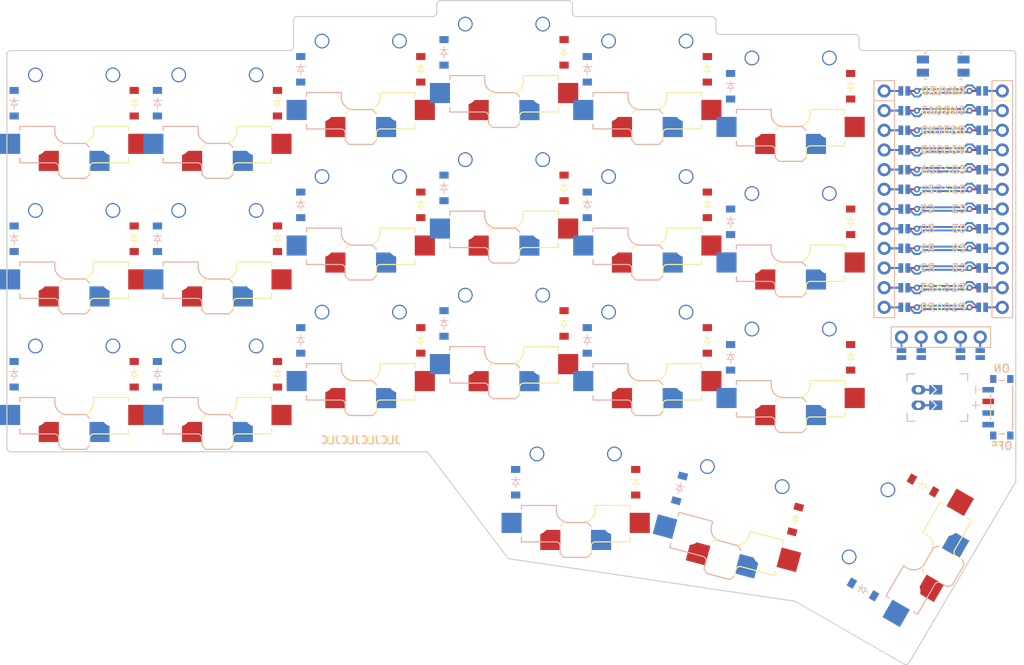
<source format=kicad_pcb>
(kicad_pcb (version 20240108) (generator "pcbnew") (generator_version "8.0")
  (title_block (title "corney_island_wireless") (date "2025-07-09") (rev "0.2") (company "ceoloide"))
  (layers (0 "F.Cu" signal) (31 "B.Cu" signal) (34 "B.Paste" user) (35 "F.Paste" user) (36 "B.SilkS" user "B.Silkscreen") (37 "F.SilkS" user "F.Silkscreen") (38 "B.Mask" user) (39 "F.Mask" user) (44 "Edge.Cuts" user))
  (net 0 "")
  (net 1 "C0")
  (net 2 "outer_bottom_B")
  (net 3 "GND")
  (net 4 "outer_home_B")
  (net 5 "outer_top_B")
  (net 6 "C1")
  (net 7 "pinky_bottom_B")
  (net 8 "pinky_home_B")
  (net 9 "pinky_top_B")
  (net 10 "C2")
  (net 11 "ring_bottom_B")
  (net 12 "ring_home_B")
  (net 13 "ring_top_B")
  (net 14 "C3")
  (net 15 "middle_bottom_B")
  (net 16 "middle_home_B")
  (net 17 "middle_top_B")
  (net 18 "C4")
  (net 19 "index_bottom_B")
  (net 20 "index_home_B")
  (net 21 "index_top_B")
  (net 22 "C5")
  (net 23 "inner_bottom_B")
  (net 24 "inner_home_B")
  (net 25 "inner_top_B")
  (net 26 "near_home_B")
  (net 27 "mid_home_B")
  (net 28 "far_home_B")
  (net 29 "R2")
  (net 30 "R1")
  (net 31 "R0")
  (net 32 "R3")
  (net 33 "outer_bottom_F")
  (net 34 "outer_home_F")
  (net 35 "outer_top_F")
  (net 36 "pinky_bottom_F")
  (net 37 "pinky_home_F")
  (net 38 "pinky_top_F")
  (net 39 "ring_bottom_F")
  (net 40 "ring_home_F")
  (net 41 "ring_top_F")
  (net 42 "middle_bottom_F")
  (net 43 "middle_home_F")
  (net 44 "middle_top_F")
  (net 45 "index_bottom_F")
  (net 46 "index_home_F")
  (net 47 "index_top_F")
  (net 48 "inner_bottom_F")
  (net 49 "inner_home_F")
  (net 50 "inner_top_F")
  (net 51 "near_home_F")
  (net 52 "mid_home_F")
  (net 53 "far_home_F")
  (net 54 "RAW")
  (net 55 "RST")
  (net 56 "VCC")
  (net 57 "P16")
  (net 58 "P10")
  (net 59 "LED")
  (net 60 "DAT")
  (net 61 "SDA")
  (net 62 "SCL")
  (net 63 "CS")
  (net 64 "P9")
  (net 65 "MCU1_24")
  (net 66 "MCU1_1")
  (net 67 "MCU1_23")
  (net 68 "MCU1_2")
  (net 69 "MCU1_22")
  (net 70 "MCU1_3")
  (net 71 "MCU1_21")
  (net 72 "MCU1_4")
  (net 73 "MCU1_20")
  (net 74 "MCU1_5")
  (net 75 "MCU1_19")
  (net 76 "MCU1_6")
  (net 77 "MCU1_18")
  (net 78 "MCU1_7")
  (net 79 "MCU1_17")
  (net 80 "MCU1_8")
  (net 81 "MCU1_16")
  (net 82 "MCU1_9")
  (net 83 "MCU1_15")
  (net 84 "MCU1_10")
  (net 85 "MCU1_14")
  (net 86 "MCU1_11")
  (net 87 "MCU1_13")
  (net 88 "MCU1_12")
  (net 89 "DISP1_1")
  (net 90 "DISP1_2")
  (net 91 "DISP1_4")
  (net 92 "DISP1_5")
  (net 93 "BAT_P")
  (net 94 "JST1_1")
  (net 95 "JST1_2")
  (footprint "ceoloide:mounting_hole_npth" (layer "F.Cu") (at 204.927 100.4385)
    (property "Reference" "MH1" (hide yes))
    (property "Value" "")
  )
  (footprint "ceoloide:diode_tht_sod123" (layer "F.Cu") (at 200.25 96.3125 -90)
    (property "Reference" "D37" (hide yes))
    (property "Value" "")
  )
  (footprint "ceoloide:diode_tht_sod123" (layer "F.Cu") (at 181.75 94.125 -90)
    (property "Reference" "D34" (hide yes))
    (property "Value" "")
  )
  (footprint "ceoloide:diode_tht_sod123" (layer "F.Cu") (at 172.5 112.4375 -90)
    (property "Reference" "D40" (hide yes))
    (property "Value" "")
  )
  (footprint "ceoloide:display_nice_view" (layer "F.Cu") (at 211.897 77)
    (property "Reference" "DISP1" (hide yes))
    (property "Value" "")
  )
  (footprint "ceoloide:switch_choc_v1_v2" (layer "F.Cu") (at 137 60.625 180)
    (property "Reference" "S30" (hide yes))
    (property "Value" "")
  )
  (footprint "ceoloide:diode_tht_sod123" (layer "F.Cu") (at 163.25 74.4375 -90)
    (property "Reference" "D32" (hide yes))
    (property "Value" "")
  )
  (footprint "ceoloide:switch_choc_v1_v2" (layer "F.Cu") (at 174 95.625 180)
    (property "Reference" "S34" (hide yes))
    (property "Value" "")
  )
  (footprint "ceoloide:switch_choc_v1_v2" (layer "F.Cu") (at 137 95.625 180)
    (property "Reference" "S28" (hide yes))
    (property "Value" "")
  )
  (footprint "ceoloide:diode_tht_sod123" (layer "F.Cu") (at 107.75 98.5 -90)
    (property "Reference" "D22" (hide yes))
    (property "Value" "")
  )
  (footprint "ceoloide:switch_choc_v1_v2" (layer "F.Cu") (at 192.5 62.8125 180)
    (property "Reference" "S39" (hide yes))
    (property "Value" "")
  )
  (footprint "ceoloide:switch_choc_v1_v2" (layer "F.Cu") (at 118.5 100 180)
    (property "Reference" "S25" (hide yes))
    (property "Value" "")
  )
  (footprint "ceoloide:diode_tht_sod123" (layer "F.Cu") (at 163.25 56.9375 -90)
    (property "Reference" "D33" (hide yes))
    (property "Value" "")
  )
  (footprint "ceoloide:power_switch_smd_side" (layer "F.Cu") (at 219.75 102.75)
    (property "Reference" "PWR1" (hide yes))
    (property "Value" "")
  )
  (footprint "ceoloide:diode_tht_sod123" (layer "F.Cu") (at 107.75 63.5 -90)
    (property "Reference" "D24" (hide yes))
    (property "Value" "")
  )
  (footprint "ceoloide:diode_tht_sod123" (layer "F.Cu") (at 200.25 61.3125 -90)
    (property "Reference" "D39" (hide yes))
    (property "Value" "")
  )
  (footprint "ceoloide:diode_tht_sod123" (layer "F.Cu") (at 209.589805 112.860551 -30)
    (property "Reference" "D42" (hide yes))
    (property "Value" "")
  )
  (footprint "ceoloide:switch_choc_v1_v2" (layer "F.Cu") (at 155.5 58.4375 180)
    (property "Reference" "S33" (hide yes))
    (property "Value" "")
  )
  (footprint "ceoloide:switch_choc_v1_v2" (layer "F.Cu") (at 185.25 116.6875 165)
    (property "Reference" "S41" (hide yes))
    (property "Value" "")
  )
  (footprint "ceoloide:mounting_hole_npth" (layer "F.Cu") (at 218.969 108.8825)
    (property "Reference" "MH2" (hide yes))
    (property "Value" "")
  )
  (footprint "ceoloide:diode_tht_sod123" (layer "F.Cu") (at 181.75 76.625 -90)
    (property "Reference" "D35" (hide yes))
    (property "Value" "")
  )
  (footprint "ceoloide:diode_tht_sod123" (layer "F.Cu") (at 107.75 81 -90)
    (property "Reference" "D23" (hide yes))
    (property "Value" "")
  )
  (footprint "ceoloide:switch_choc_v1_v2" (layer "F.Cu") (at 137 78.125 180)
    (property "Reference" "S29" (hide yes))
    (property "Value" "")
  )
  (footprint "ceoloide:mcu_nice_nano" (layer "F.Cu") (at 212.204 74.62)
    (property "Reference" "MCU1" (hide yes))
    (property "Value" "")
  )
  (footprint "ceoloide:switch_choc_v1_v2" (layer "F.Cu") (at 192.5 80.3125 180)
    (property "Reference" "S38" (hide yes))
    (property "Value" "")
  )
  (footprint "ceoloide:switch_choc_v1_v2" (layer "F.Cu") (at 174 60.625 180)
    (property "Reference" "S36" (hide yes))
    (property "Value" "")
  )
  (footprint "ceoloide:diode_tht_sod123" (layer "F.Cu") (at 144.75 76.625 -90)
    (property "Reference" "D29" (hide yes))
    (property "Value" "")
  )
  (footprint "ceoloide:mounting_hole_npth" (layer "F.Cu") (at 151.157 107.365)
    (property "Reference" "MH6" (hide yes))
    (property "Value" "")
  )
  (footprint "ceoloide:switch_choc_v1_v2" (layer "F.Cu") (at 192.5 97.8125 180)
    (property "Reference" "S37" (hide yes))
    (property "Value" "")
  )
  (footprint "ceoloide:diode_tht_sod123" (layer "F.Cu") (at 163.25 91.9375 -90)
    (property "Reference" "D31" (hide yes))
    (property "Value" "")
  )
  (footprint "ceoloide:diode_tht_sod123" (layer "F.Cu") (at 144.75 59.125 -90)
    (property "Reference" "D30" (hide yes))
    (property "Value" "")
  )
  (footprint "ceoloide:diode_tht_sod123" (layer "F.Cu") (at 144.75 94.125 -90)
    (property "Reference" "D28" (hide yes))
    (property "Value" "")
  )
  (footprint "ceoloide:switch_choc_v1_v2" (layer "F.Cu") (at 100 82.5 180)
    (property "Reference" "S23" (hide yes))
    (property "Value" "")
  )
  (footprint "ceoloide:switch_choc_v1_v2" (layer "F.Cu") (at 164.75 113.9375 180)
    (property "Reference" "S40" (hide yes))
    (property "Value" "")
  )
  (footprint "ceoloide:diode_tht_sod123" (layer "F.Cu") (at 200.25 78.8125 -90)
    (property "Reference" "D38" (hide yes))
    (property "Value" "")
  )
  (footprint "ceoloide:diode_tht_sod123" (layer "F.Cu") (at 126.25 81 -90)
    (property "Reference" "D26" (hide yes))
    (property "Value" "")
  )
  (footprint "ceoloide:switch_choc_v1_v2" (layer "F.Cu") (at 174 78.125 180)
    (property "Reference" "S35" (hide yes))
    (property "Value" "")
  )
  (footprint "ceoloide:switch_choc_v1_v2" (layer "F.Cu") (at 118.5 65 180)
    (property "Reference" "S27" (hide yes))
    (property "Value" "")
  )
  (footprint "ceoloide:diode_tht_sod123" (layer "F.Cu") (at 126.25 63.5 -90)
    (property "Reference" "D27" (hide yes))
    (property "Value" "")
  )
  (footprint "ceoloide:reset_switch_smd_side" (layer "F.Cu") (at 212.204 58.7125)
    (property "Reference" "RST1" (hide yes))
    (property "Value" "")
  )
  (footprint "ceoloide:mounting_hole_npth" (layer "F.Cu") (at 197.157608 114.631748 60)
    (property "Reference" "MH7" (hide yes))
    (property "Value" "")
  )
  (footprint "ceoloide:diode_tht_sod123" (layer "F.Cu") (at 193.124154 117.244459 -105)
    (property "Reference" "D41" (hide yes))
    (property "Value" "")
  )
  (footprint "ceoloide:switch_choc_v1_v2" (layer "F.Cu") (at 207.013843 120.322248 -120)
    (property "Reference" "S42" (hide yes))
    (property "Value" "")
  )
  (footprint "ceoloide:battery_connector_jst_ph_2" (layer "F.Cu") (at 209 101.5 90)
    (property "Reference" "JST1" (hide yes))
    (property "Value" "")
  )
  (footprint "ceoloide:switch_choc_v1_v2" (layer "F.Cu") (at 100 100 180)
    (property "Reference" "S22" (hide yes))
    (property "Value" "")
  )
  (footprint "ceoloide:switch_choc_v1_v2" (layer "F.Cu") (at 100 65 180)
    (property "Reference" "S24" (hide yes))
    (property "Value" "")
  )
  (footprint "ceoloide:switch_choc_v1_v2" (layer "F.Cu") (at 155.5 75.9375 180)
    (property "Reference" "S32" (hide yes))
    (property "Value" "")
  )
  (footprint "ceoloide:mounting_hole_npth" (layer "F.Cu") (at 109.25 73.75)
    (property "Reference" "MH3" (hide yes))
    (property "Value" "")
  )
  (footprint "ceoloide:mounting_hole_npth" (layer "F.Cu") (at 183.218 70.4235)
    (property "Reference" "MH5" (hide yes))
    (property "Value" "")
  )
  (footprint "ceoloide:mounting_hole_npth" (layer "F.Cu") (at 109.25 91.25)
    (property "Reference" "MH4" (hide yes))
    (property "Value" "")
  )
  (footprint "ceoloide:diode_tht_sod123" (layer "F.Cu") (at 181.75 59.125 -90)
    (property "Reference" "D36" (hide yes))
    (property "Value" "")
  )
  (footprint "ceoloide:diode_tht_sod123" (layer "F.Cu") (at 126.25 98.5 -90)
    (property "Reference" "D25" (hide yes))
    (property "Value" "")
  )
  (footprint "ceoloide:switch_choc_v1_v2" (layer "F.Cu") (at 155.5 93.4375 180)
    (property "Reference" "S31" (hide yes))
    (property "Value" "")
  )
  (footprint "ceoloide:switch_choc_v1_v2" (layer "F.Cu") (at 118.5 82.5 180)
    (property "Reference" "S26" (hide yes))
    (property "Value" "")
  )
  (footprint "ceoloide:switch_choc_v1_v2" (layer "B.Cu") (at 155.5 75.9375 180)
    (property "Reference" "S11" (hide yes))
    (property "Value" "")
  )
  (footprint "ceoloide:switch_choc_v1_v2" (layer "B.Cu") (at 185.25 116.6875 165)
    (property "Reference" "S20" (hide yes))
    (property "Value" "")
  )
  (footprint "ceoloide:diode_tht_sod123" (layer "B.Cu") (at 166.25 59.125 -90)
    (property "Reference" "D15" (hide yes))
    (property "Value" "")
  )
  (footprint "ceoloide:switch_choc_v1_v2" (layer "B.Cu") (at 118.5 82.5 180)
    (property "Reference" "S5" (hide yes))
    (property "Value" "")
  )
  (footprint "ceoloide:switch_choc_v1_v2" (layer "B.Cu") (at 174 78.125 180)
    (property "Reference" "S14" (hide yes))
    (property "Value" "")
  )
  (footprint "ceoloide:diode_tht_sod123" (layer "B.Cu") (at 184.75 78.8125 -90)
    (property "Reference" "D17" (hide yes))
    (property "Value" "")
  )
  (footprint "ceoloide:diode_tht_sod123" (layer "B.Cu") (at 129.25 76.625 -90)
    (property "Reference" "D8" (hide yes))
    (property "Value" "")
  )
  (footprint "ceoloide:diode_tht_sod123" (layer "B.Cu") (at 201.839805 126.283945 -30)
    (property "Reference" "D21" (hide yes))
    (property "Value" "")
  )
  (footprint "ceoloide:diode_tht_sod123" (layer "B.Cu") (at 178.152303 113.232764 -105)
    (property "Reference" "D20" (hide yes))
    (property "Value" "")
  )
  (footprint "ceoloide:switch_choc_v1_v2" (layer "B.Cu") (at 155.5 58.4375 180)
    (property "Reference" "S12" (hide yes))
    (property "Value" "")
  )
  (footprint "ceoloide:diode_tht_sod123" (layer "B.Cu") (at 147.75 74.4375 -90)
    (property "Reference" "D11" (hide yes))
    (property "Value" "")
  )
  (footprint "ceoloide:diode_tht_sod123" (layer "B.Cu") (at 166.25 76.625 -90)
    (property "Reference" "D14" (hide yes))
    (property "Value" "")
  )
  (footprint "ceoloide:switch_choc_v1_v2" (layer "B.Cu") (at 174 60.625 180)
    (property "Reference" "S15" (hide yes))
    (property "Value" "")
  )
  (footprint "ceoloide:diode_tht_sod123" (layer "B.Cu") (at 110.75 98.5 -90)
    (property "Reference" "D4" (hide yes))
    (property "Value" "")
  )
  (footprint "ceoloide:diode_tht_sod123" (layer "B.Cu") (at 157 112.4375 -90)
    (property "Reference" "D19" (hide yes))
    (property "Value" "")
  )
  (footprint "ceoloide:diode_tht_sod123" (layer "B.Cu") (at 110.75 63.5 -90)
    (property "Reference" "D6" (hide yes))
    (property "Value" "")
  )
  (footprint "ceoloide:switch_choc_v1_v2" (layer "B.Cu") (at 137 60.625 180)
    (property "Reference" "S9" (hide yes))
    (property "Value" "")
  )
  (footprint "ceoloide:switch_choc_v1_v2" (layer "B.Cu") (at 118.5 65 180)
    (property "Reference" "S6" (hide yes))
    (property "Value" "")
  )
  (footprint "ceoloide:diode_tht_sod123" (layer "B.Cu") (at 92.25 63.5 -90)
    (property "Reference" "D3" (hide yes))
    (property "Value" "")
  )
  (footprint "ceoloide:switch_choc_v1_v2" (layer "B.Cu") (at 118.5 100 180)
    (property "Reference" "S4" (hide yes))
    (property "Value" "")
  )
  (footprint "ceoloide:switch_choc_v1_v2" (layer "B.Cu") (at 174 95.625 180)
    (property "Reference" "S13" (hide yes))
    (property "Value" "")
  )
  (footprint "ceoloide:diode_tht_sod123" (layer "B.Cu") (at 147.75 91.9375 -90)
    (property "Reference" "D10" (hide yes))
    (property "Value" "")
  )
  (footprint "ceoloide:diode_tht_sod123" (layer "B.Cu") (at 129.25 59.125 -90)
    (property "Reference" "D9" (hide yes))
    (property "Value" "")
  )
  (footprint "ceoloide:switch_choc_v1_v2" (layer "B.Cu") (at 100 82.5 180)
    (property "Reference" "S2" (hide yes))
    (property "Value" "")
  )
  (footprint "ceoloide:switch_choc_v1_v2" (layer "B.Cu") (at 137 78.125 180)
    (property "Reference" "S8" (hide yes))
    (property "Value" "")
  )
  (footprint "ceoloide:switch_choc_v1_v2" (layer "B.Cu") (at 207.013843 120.322248 -120)
    (property "Reference" "S21" (hide yes))
    (property "Value" "")
  )
  (footprint "ceoloide:switch_choc_v1_v2" (layer "B.Cu") (at 100 100 180)
    (property "Reference" "S1" (hide yes))
    (property "Value" "")
  )
  (footprint "ceoloide:diode_tht_sod123" (layer "B.Cu") (at 92.25 98.5 -90)
    (property "Reference" "D1" (hide yes))
    (property "Value" "")
  )
  (footprint "ceoloide:switch_choc_v1_v2" (layer "B.Cu") (at 155.5 93.4375 180)
    (property "Reference" "S10" (hide yes))
    (property "Value" "")
  )
  (footprint "ceoloide:diode_tht_sod123" (layer "B.Cu") (at 147.75 56.9375 -90)
    (property "Reference" "D12" (hide yes))
    (property "Value" "")
  )
  (footprint "ceoloide:diode_tht_sod123" (layer "B.Cu") (at 166.25 94.125 -90)
    (property "Reference" "D13" (hide yes))
    (property "Value" "")
  )
  (footprint "ceoloide:diode_tht_sod123" (layer "B.Cu") (at 184.75 96.3125 -90)
    (property "Reference" "D16" (hide yes))
    (property "Value" "")
  )
  (footprint "ceoloide:diode_tht_sod123" (layer "B.Cu") (at 184.75 61.3125 -90)
    (property "Reference" "D18" (hide yes))
    (property "Value" "")
  )
  (footprint "ceoloide:switch_choc_v1_v2" (layer "B.Cu") (at 100 65 180)
    (property "Reference" "S3" (hide yes))
    (property "Value" "")
  )
  (footprint "ceoloide:diode_tht_sod123" (layer "B.Cu") (at 92.25 81 -90)
    (property "Reference" "D2" (hide yes))
    (property "Value" "")
  )
  (footprint "ceoloide:switch_choc_v1_v2" (layer "B.Cu") (at 137 95.625 180)
    (property "Reference" "S7" (hide yes))
    (property "Value" "")
  )
  (footprint "ceoloide:diode_tht_sod123" (layer "B.Cu") (at 129.25 94.125 -90)
    (property "Reference" "D7" (hide yes))
    (property "Value" "")
  )
  (footprint "ceoloide:switch_choc_v1_v2" (layer "B.Cu") (at 192.5 97.8125 180)
    (property "Reference" "S16" (hide yes))
    (property "Value" "")
  )
  (footprint "ceoloide:switch_choc_v1_v2" (layer "B.Cu") (at 192.5 62.8125 180)
    (property "Reference" "S18" (hide yes))
    (property "Value" "")
  )
  (footprint "ceoloide:switch_choc_v1_v2" (layer "B.Cu") (at 192.5 80.3125 180)
    (property "Reference" "S17" (hide yes))
    (property "Value" "")
  )
  (footprint "ceoloide:switch_choc_v1_v2" (layer "B.Cu") (at 164.75 113.9375 180)
    (property "Reference" "S19" (hide yes))
    (property "Value" "")
  )
  (footprint "ceoloide:diode_tht_sod123" (layer "B.Cu") (at 110.75 81 -90)
    (property "Reference" "D5" (hide yes))
    (property "Value" "")
  )
  (gr_arc (start 164.843 52.3275) (mid 164.489447 52.181053) (end 164.343 51.8275) (stroke (width 0.15)) (layer "Edge.Cuts"))
  (gr_line (start 221.568 57.2025) (end 221.568 112.229525) (stroke (width 0.15)) (layer "Edge.Cuts"))
  (gr_line (start 145.358774 108.505034) (end 91.81705 108.512431) (stroke (width 0.15)) (layer "Edge.Cuts"))
  (gr_line (start 221.253 112.909096) (end 207.799933 135.723804) (stroke (width 0.15)) (layer "Edge.Cuts"))
  (gr_arc (start 201.82406 56.7025) (mid 201.468409 56.553903) (end 201.324097 56.196476) (stroke (width 0.15)) (layer "Edge.Cuts"))
  (gr_line (start 182.843 52.8275) (end 182.843 54.123122) (stroke (width 0.15)) (layer "Edge.Cuts"))
  (gr_arc (start 91.81705 108.512431) (mid 91.46346 108.366011) (end 91.316981 108.01245) (stroke (width 0.15)) (layer "Edge.Cuts"))
  (gr_line (start 91.316981 108.01245) (end 91.315019 57.202506) (stroke (width 0.15)) (layer "Edge.Cuts"))
  (gr_arc (start 128.315 56.201514) (mid 128.168553 56.555054) (end 127.815013 56.701514) (stroke (width 0.15)) (layer "Edge.Cuts"))
  (gr_arc (start 146.815 51.8275) (mid 146.668553 52.181053) (end 146.315 52.3275) (stroke (width 0.15)) (layer "Edge.Cuts"))
  (gr_line (start 183.342878 54.623122) (end 200.837063 54.627377) (stroke (width 0.15)) (layer "Edge.Cuts"))
  (gr_arc (start 200.837063 54.627377) (mid 201.192642 54.776016) (end 201.336905 55.133401) (stroke (width 0.15)) (layer "Edge.Cuts"))
  (gr_line (start 147.315 50.2525) (end 163.843 50.2525) (stroke (width 0.15)) (layer "Edge.Cuts"))
  (gr_line (start 91.815006 56.702486) (end 127.815014 56.701514) (stroke (width 0.15)) (layer "Edge.Cuts"))
  (gr_arc (start 183.342878 54.623122) (mid 182.989396 54.476634) (end 182.843 54.123122) (stroke (width 0.15)) (layer "Edge.Cuts"))
  (gr_line (start 128.315 56.201514) (end 128.315 52.8275) (stroke (width 0.15)) (layer "Edge.Cuts"))
  (gr_line (start 155.92179 122.137157) (end 145.757574 108.703349) (stroke (width 0.15)) (layer "Edge.Cuts"))
  (gr_arc (start 221.568 112.229525) (mid 221.550957 112.358932) (end 221.501013 112.479525) (stroke (width 0.15)) (layer "Edge.Cuts"))
  (gr_line (start 207.119235 135.902849) (end 193.184927 127.857872) (stroke (width 0.15)) (layer "Edge.Cuts"))
  (gr_line (start 164.343 50.7525) (end 164.343 51.8275) (stroke (width 0.15)) (layer "Edge.Cuts"))
  (gr_arc (start 91.315019 57.202506) (mid 91.46146 56.84896) (end 91.815006 56.702486) (stroke (width 0.15)) (layer "Edge.Cuts"))
  (gr_line (start 201.336905 55.133401) (end 201.324097 56.196476) (stroke (width 0.15)) (layer "Edge.Cuts"))
  (gr_arc (start 128.315 52.8275) (mid 128.461447 52.473947) (end 128.815 52.3275) (stroke (width 0.15)) (layer "Edge.Cuts"))
  (gr_line (start 146.815 51.8275) (end 146.815 50.7525) (stroke (width 0.15)) (layer "Edge.Cuts"))
  (gr_arc (start 146.815 50.7525) (mid 146.961447 50.398947) (end 147.315 50.2525) (stroke (width 0.15)) (layer "Edge.Cuts"))
  (gr_arc (start 207.799933 135.723804) (mid 207.496419 135.953395) (end 207.119235 135.902849) (stroke (width 0.15)) (layer "Edge.Cuts"))
  (gr_arc (start 221.068 56.7025) (mid 221.421553 56.848947) (end 221.568 57.2025) (stroke (width 0.15)) (layer "Edge.Cuts"))
  (gr_line (start 201.82406 56.7025) (end 221.068 56.7025) (stroke (width 0.15)) (layer "Edge.Cuts"))
  (gr_line (start 221.501013 112.479525) (end 221.253 112.909096) (stroke (width 0.15)) (layer "Edge.Cuts"))
  (gr_arc (start 182.343 52.3275) (mid 182.696553 52.473947) (end 182.843 52.8275) (stroke (width 0.15)) (layer "Edge.Cuts"))
  (gr_arc (start 156.246981 122.330034) (mid 156.06545 122.265521) (end 155.92179 122.137157) (stroke (width 0.15)) (layer "Edge.Cuts"))
  (gr_line (start 128.815 52.3275) (end 146.315 52.3275) (stroke (width 0.15)) (layer "Edge.Cuts"))
  (gr_arc (start 193.008466 127.796322) (mid 193.099596 127.818783) (end 193.184927 127.857872) (stroke (width 0.15)) (layer "Edge.Cuts"))
  (gr_arc (start 163.843 50.2525) (mid 164.196553 50.398947) (end 164.343 50.7525) (stroke (width 0.15)) (layer "Edge.Cuts"))
  (gr_line (start 164.843 52.3275) (end 182.343 52.3275) (stroke (width 0.15)) (layer "Edge.Cuts"))
  (gr_arc (start 145.358774 108.505034) (mid 145.58146 108.557352) (end 145.757574 108.703349) (stroke (width 0.15)) (layer "Edge.Cuts"))
  (gr_line (start 193.008466 127.796322) (end 156.246981 122.330034) (stroke (width 0.15)) (layer "Edge.Cuts"))
  (gr_text "JLCJLCJLCJLC" (at 137 107 0) (layer "B.SilkS") (effects (font (size 1 1)) (justify mirror)))
  (gr_text "JLCJLCJLCJLC" (at 137 107 0) (layer "F.SilkS") (effects (font (size 1 1))))
  (segment (start 207.624 72.08) (end 208.804 72.08) (width 0.25) (layer "F.Cu") (net 1))
  (segment (start 215.904305 71.355) (end 215.303695 71.355) (width 0.25) (layer "B.Cu") (net 1))
  (segment (start 216.629305 72.08) (end 215.904305 71.355) (width 0.25) (layer "B.Cu") (net 1))
  (segment (start 214.798695 71.86) (end 209.024 71.86) (width 0.25) (layer "B.Cu") (net 1))
  (segment (start 216.979 72.08) (end 216.629305 72.08) (width 0.25) (layer "B.Cu") (net 1))
  (segment (start 215.303695 71.355) (end 214.798695 71.86) (width 0.25) (layer "B.Cu") (net 1))
  (segment (start 207.624 64.46) (end 208.804 64.46) (width 0.25) (layer "F.Cu") (net 3))
  (segment (start 216.784 67) (end 215.604 67) (width 0.25) (layer "F.Cu") (net 3))
  (segment (start 216.784 69.54) (end 215.604 69.54) (width 0.25) (layer "F.Cu") (net 3))
  (segment (start 216.629305 64.46) (end 215.904305 63.735) (width 0.25) (layer "B.Cu") (net 3))
  (segment (start 209.104305 70.265) (end 209.599305 69.77) (width 0.25) (layer "B.Cu") (net 3))
  (segment (start 207.429 69.54) (end 207.778695 69.54) (width 0.25) (layer "B.Cu") (net 3))
  (segment (start 207.778695 67) (end 208.503695 67.725) (width 0.25) (layer "B.Cu") (net 3))
  (segment (start 208.503695 67.725) (end 209.104305 67.725) (width 0.25) (layer "B.Cu") (net 3))
  (segment (start 214.798695 64.24) (end 209.024 64.24) (width 0.25) (layer "B.Cu") (net 3))
  (segment (start 209.104305 67.725) (end 209.599305 67.23) (width 0.25) (layer "B.Cu") (net 3))
  (segment (start 215.303695 63.735) (end 214.798695 64.24) (width 0.25) (layer "B.Cu") (net 3))
  (segment (start 207.429 67) (end 207.778695 67) (width 0.25) (layer "B.Cu") (net 3))
  (segment (start 215.904305 63.735) (end 215.303695 63.735) (width 0.25) (layer "B.Cu") (net 3))
  (segment (start 216.979 64.46) (end 216.629305 64.46) (width 0.25) (layer "B.Cu") (net 3))
  (segment (start 207.778695 69.54) (end 208.503695 70.265) (width 0.25) (layer "B.Cu") (net 3))
  (segment (start 209.599305 69.77) (end 215.374 69.77) (width 0.25) (layer "B.Cu") (net 3))
  (segment (start 208.503695 70.265) (end 209.104305 70.265) (width 0.25) (layer "B.Cu") (net 3))
  (segment (start 209.599305 67.23) (end 215.374 67.23) (width 0.25) (layer "B.Cu") (net 3))
  (segment (start 207.624 74.62) (end 208.804 74.62) (width 0.25) (layer "F.Cu") (net 6))
  (segment (start 215.303695 73.895) (end 214.798695 74.4) (width 0.25) (layer "B.Cu") (net 6))
  (segment (start 216.629305 74.62) (end 215.904305 73.895) (width 0.25) (layer "B.Cu") (net 6))
  (segment (start 216.979 74.62) (end 216.629305 74.62) (width 0.25) (layer "B.Cu") (net 6))
  (segment (start 215.904305 73.895) (end 215.303695 73.895) (width 0.25) (layer "B.Cu") (net 6))
  (segment (start 214.798695 74.4) (end 209.024 74.4) (width 0.25) (layer "B.Cu") (net 6))
  (segment (start 207.624 77.16) (end 208.804 77.16) (width 0.25) (layer "F.Cu") (net 10))
  (segment (start 214.798695 76.94) (end 209.024 76.94) (width 0.25) (layer "B.Cu") (net 10))
  (segment (start 215.303695 76.435) (end 214.798695 76.94) (width 0.25) (layer "B.Cu") (net 10))
  (segment (start 215.904305 76.435) (end 215.303695 76.435) (width 0.25) (layer "B.Cu") (net 10))
  (segment (start 216.979 77.16) (end 216.629305 77.16) (width 0.25) (layer "B.Cu") (net 10))
  (segment (start 216.629305 77.16) (end 215.904305 76.435) (width 0.25) (layer "B.Cu") (net 10))
  (segment (start 207.624 79.7) (end 208.804 79.7) (width 0.25) (layer "F.Cu") (net 14))
  (segment (start 215.303695 78.975) (end 214.798695 79.48) (width 0.25) (layer "B.Cu") (net 14))
  (segment (start 214.798695 79.48) (end 209.024 79.48) (width 0.25) (layer "B.Cu") (net 14))
  (segment (start 215.904305 78.975) (end 215.303695 78.975) (width 0.25) (layer "B.Cu") (net 14))
  (segment (start 216.629305 79.7) (end 215.904305 78.975) (width 0.25) (layer "B.Cu") (net 14))
  (segment (start 216.979 79.7) (end 216.629305 79.7) (width 0.25) (layer "B.Cu") (net 14))
  (segment (start 207.624 82.24) (end 208.804 82.24) (width 0.25) (layer "F.Cu") (net 18))
  (segment (start 214.798695 82.02) (end 209.024 82.02) (width 0.25) (layer "B.Cu") (net 18))
  (segment (start 216.979 82.24) (end 216.629305 82.24) (width 0.25) (layer "B.Cu") (net 18))
  (segment (start 215.904305 81.515) (end 215.303695 81.515) (width 0.25) (layer "B.Cu") (net 18))
  (segment (start 216.629305 82.24) (end 215.904305 81.515) (width 0.25) (layer "B.Cu") (net 18))
  (segment (start 215.303695 81.515) (end 214.798695 82.02) (width 0.25) (layer "B.Cu") (net 18))
  (segment (start 207.624 84.78) (end 208.804 84.78) (width 0.25) (layer "F.Cu") (net 22))
  (segment (start 215.303695 84.055) (end 214.798695 84.56) (width 0.25) (layer "B.Cu") (net 22))
  (segment (start 216.979 84.78) (end 216.629305 84.78) (width 0.25) (layer "B.Cu") (net 22))
  (segment (start 215.904305 84.055) (end 215.303695 84.055) (width 0.25) (layer "B.Cu") (net 22))
  (segment (start 216.629305 84.78) (end 215.904305 84.055) (width 0.25) (layer "B.Cu") (net 22))
  (segment (start 214.798695 84.56) (end 209.024 84.56) (width 0.25) (layer "B.Cu") (net 22))
  (segment (start 216.784 84.78) (end 215.604 84.78) (width 0.25) (layer "F.Cu") (net 29))
  (segment (start 209.104305 85.505) (end 209.599305 85.01) (width 0.25) (layer "B.Cu") (net 29))
  (segment (start 208.503695 85.505) (end 209.104305 85.505) (width 0.25) (layer "B.Cu") (net 29))
  (segment (start 207.429 84.78) (end 207.778695 84.78) (width 0.25) (layer "B.Cu") (net 29))
  (segment (start 209.599305 85.01) (end 215.374 85.01) (width 0.25) (layer "B.Cu") (net 29))
  (segment (start 207.778695 84.78) (end 208.503695 85.505) (width 0.25) (layer "B.Cu") (net 29))
  (segment (start 216.784 82.24) (end 215.604 82.24) (width 0.25) (layer "F.Cu") (net 30))
  (segment (start 208.503695 82.965) (end 209.104305 82.965) (width 0.25) (layer "B.Cu") (net 30))
  (segment (start 207.778695 82.24) (end 208.503695 82.965) (width 0.25) (layer "B.Cu") (net 30))
  (segment (start 209.599305 82.47) (end 215.374 82.47) (width 0.25) (layer "B.Cu") (net 30))
  (segment (start 209.104305 82.965) (end 209.599305 82.47) (width 0.25) (layer "B.Cu") (net 30))
  (segment (start 207.429 82.24) (end 207.778695 82.24) (width 0.25) (layer "B.Cu") (net 30))
  (segment (start 216.784 79.7) (end 215.604 79.7) (width 0.25) (layer "F.Cu") (net 31))
  (segment (start 209.104305 80.425) (end 209.599305 79.93) (width 0.25) (layer "B.Cu") (net 31))
  (segment (start 207.429 79.7) (end 207.778695 79.7) (width 0.25) (layer "B.Cu") (net 31))
  (segment (start 207.778695 79.7) (end 208.503695 80.425) (width 0.25) (layer "B.Cu") (net 31))
  (segment (start 209.599305 79.93) (end 215.374 79.93) (width 0.25) (layer "B.Cu") (net 31))
  (segment (start 208.503695 80.425) (end 209.104305 80.425) (width 0.25) (layer "B.Cu") (net 31))
  (segment (start 216.784 87.32) (end 215.604 87.32) (width 0.25) (layer "F.Cu") (net 32))
  (segment (start 209.104305 88.045) (end 209.599305 87.55) (width 0.25) (layer "B.Cu") (net 32))
  (segment (start 208.503695 88.045) (end 209.104305 88.045) (width 0.25) (layer "B.Cu") (net 32))
  (segment (start 209.599305 87.55) (end 215.374 87.55) (width 0.25) (layer "B.Cu") (net 32))
  (segment (start 207.429 87.32) (end 207.778695 87.32) (width 0.25) (layer "B.Cu") (net 32))
  (segment (start 207.778695 87.32) (end 208.503695 88.045) (width 0.25) (layer "B.Cu") (net 32))
  (segment (start 207.624 61.92) (end 208.804 61.92) (width 0.25) (layer "F.Cu") (net 54))
  (segment (start 216.979 61.92) (end 216.629305 61.92) (width 0.25) (layer "B.Cu") (net 54))
  (segment (start 214.798695 61.7) (end 209.024 61.7) (width 0.25) (layer "B.Cu") (net 54))
  (segment (start 215.303695 61.195) (end 214.798695 61.7) (width 0.25) (layer "B.Cu") (net 54))
  (segment (start 216.629305 61.92) (end 215.904305 61.195) (width 0.25) (layer "B.Cu") (net 54))
  (segment (start 215.904305 61.195) (end 215.303695 61.195) (width 0.25) (layer "B.Cu") (net 54))
  (segment (start 207.624 67) (end 208.804 67) (width 0.25) (layer "F.Cu") (net 55))
  (segment (start 216.629305 67) (end 215.904305 66.275) (width 0.25) (layer "B.Cu") (net 55))
  (segment (start 215.303695 66.275) (end 214.798695 66.78) (width 0.25) (layer "B.Cu") (net 55))
  (segment (start 214.798695 66.78) (end 209.024 66.78) (width 0.25) (layer "B.Cu") (net 55))
  (segment (start 215.904305 66.275) (end 215.303695 66.275) (width 0.25) (layer "B.Cu") (net 55))
  (segment (start 216.979 67) (end 216.629305 67) (width 0.25) (layer "B.Cu") (net 55))
  (segment (start 207.624 69.54) (end 208.804 69.54) (width 0.25) (layer "F.Cu") (net 56))
  (segment (start 214.798695 69.32) (end 209.024 69.32) (width 0.25) (layer "B.Cu") (net 56))
  (segment (start 215.303695 68.815) (end 214.798695 69.32) (width 0.25) (layer "B.Cu") (net 56))
  (segment (start 216.979 69.54) (end 216.629305 69.54) (width 0.25) (layer "B.Cu") (net 56))
  (segment (start 215.904305 68.815) (end 215.303695 68.815) (width 0.25) (layer "B.Cu") (net 56))
  (segment (start 216.629305 69.54) (end 215.904305 68.815) (width 0.25) (layer "B.Cu") (net 56))
  (segment (start 207.624 87.32) (end 208.804 87.32) (width 0.25) (layer "F.Cu") (net 57))
  (segment (start 216.979 87.32) (end 216.629305 87.32) (width 0.25) (layer "B.Cu") (net 57))
  (segment (start 215.303695 86.595) (end 214.798695 87.1) (width 0.25) (layer "B.Cu") (net 57))
  (segment (start 214.798695 87.1) (end 209.024 87.1) (width 0.25) (layer "B.Cu") (net 57))
  (segment (start 215.904305 86.595) (end 215.303695 86.595) (width 0.25) (layer "B.Cu") (net 57))
  (segment (start 216.629305 87.32) (end 215.904305 86.595) (width 0.25) (layer "B.Cu") (net 57))
  (segment (start 207.624 89.86) (end 208.804 89.86) (width 0.25) (layer "F.Cu") (net 58))
  (segment (start 215.904305 89.135) (end 215.303695 89.135) (width 0.25) (layer "B.Cu") (net 58))
  (segment (start 214.798695 89.64) (end 209.024 89.64) (width 0.25) (layer "B.Cu") (net 58))
  (segment (start 216.979 89.86) (end 216.629305 89.86) (width 0.25) (layer "B.Cu") (net 58))
  (segment (start 216.629305 89.86) (end 215.904305 89.135) (width 0.25) (layer "B.Cu") (net 58))
  (segment (start 215.303695 89.135) (end 214.798695 89.64) (width 0.25) (layer "B.Cu") (net 58))
  (segment (start 216.784 61.92) (end 215.604 61.92) (width 0.25) (layer "F.Cu") (net 59))
  (segment (start 209.599305 62.15) (end 215.374 62.15) (width 0.25) (layer "B.Cu") (net 59))
  (segment (start 209.104305 62.645) (end 209.599305 62.15) (width 0.25) (layer "B.Cu") (net 59))
  (segment (start 208.503695 62.645) (end 209.104305 62.645) (width 0.25) (layer "B.Cu") (net 59))
  (segment (start 207.778695 61.92) (end 208.503695 62.645) (width 0.25) (layer "B.Cu") (net 59))
  (segment (start 207.429 61.92) (end 207.778695 61.92) (width 0.25) (layer "B.Cu") (net 59))
  (segment (start 216.784 64.46) (end 215.604 64.46) (width 0.25) (layer "F.Cu") (net 60))
  (segment (start 209.104305 65.185) (end 209.599305 64.69) (width 0.25) (layer "B.Cu") (net 60))
  (segment (start 207.778695 64.46) (end 208.503695 65.185) (width 0.25) (layer "B.Cu") (net 60))
  (segment (start 208.503695 65.185) (end 209.104305 65.185) (width 0.25) (layer "B.Cu") (net 60))
  (segment (start 209.599305 64.69) (end 215.374 64.69) (width 0.25) (layer "B.Cu") (net 60))
  (segment (start 207.429 64.46) (end 207.778695 64.46) (width 0.25) (layer "B.Cu") (net 60))
  (segment (start 216.784 72.08) (end 215.604 72.08) (width 0.25) (layer "F.Cu") (net 61))
  (segment (start 209.599305 72.31) (end 215.374 72.31) (width 0.25) (layer "B.Cu") (net 61))
  (segment (start 208.503695 72.805) (end 209.104305 72.805) (width 0.25) (layer "B.Cu") (net 61))
  (segment (start 209.104305 72.805) (end 209.599305 72.31) (width 0.25) (layer "B.Cu") (net 61))
  (segment (start 207.778695 72.08) (end 208.503695 72.805) (width 0.25) (layer "B.Cu") (net 61))
  (segment (start 207.429 72.08) (end 207.778695 72.08) (width 0.25) (layer "B.Cu") (net 61))
  (segment (start 216.784 74.62) (end 215.604 74.62) (width 0.25) (layer "F.Cu") (net 62))
  (segment (start 209.104305 75.345) (end 209.599305 74.85) (width 0.25) (layer "B.Cu") (net 62))
  (segment (start 208.503695 75.345) (end 209.104305 75.345) (width 0.25) (layer "B.Cu") (net 62))
  (segment (start 207.778695 74.62) (end 208.503695 75.345) (width 0.25) (layer "B.Cu") (net 62))
  (segment (start 207.429 74.62) (end 207.778695 74.62) (width 0.25) (layer "B.Cu") (net 62))
  (segment (start 209.599305 74.85) (end 215.374 74.85) (width 0.25) (layer "B.Cu") (net 62))
  (segment (start 216.784 77.16) (end 215.604 77.16) (width 0.25) (layer "F.Cu") (net 63))
  (segment (start 207.778695 77.16) (end 208.503695 77.885) (width 0.25) (layer "B.Cu") (net 63))
  (segment (start 209.104305 77.885) (end 209.599305 77.39) (width 0.25) (layer "B.Cu") (net 63))
  (segment (start 209.599305 77.39) (end 215.374 77.39) (width 0.25) (layer "B.Cu") (net 63))
  (segment (start 207.429 77.16) (end 207.778695 77.16) (width 0.25) (layer "B.Cu") (net 63))
  (segment (start 208.503695 77.885) (end 209.104305 77.885) (width 0.25) (layer "B.Cu") (net 63))
  (segment (start 216.784 89.86) (end 215.604 89.86) (width 0.25) (layer "F.Cu") (net 64))
  (segment (start 207.429 89.86) (end 207.778695 89.86) (width 0.25) (layer "B.Cu") (net 64))
  (segment (start 209.599305 90.09) (end 215.374 90.09) (width 0.25) (layer "B.Cu") (net 64))
  (segment (start 209.104305 90.585) (end 209.599305 90.09) (width 0.25) (layer "B.Cu") (net 64))
  (segment (start 208.503695 90.585) (end 209.104305 90.585) (width 0.25) (layer "B.Cu") (net 64))
  (segment (start 207.778695 89.86) (end 208.503695 90.585) (width 0.25) (layer "B.Cu") (net 64))
  (segment (start 204.584 61.92) (end 206.704 61.92) (width 0.25) (layer "F.Cu") (net 65))
  (segment (start 204.584 61.92) (end 206.704 61.92) (width 0.25) (layer "B.Cu") (net 65))
  (segment (start 217.704 61.92) (end 219.824 61.92) (width 0.25) (layer "F.Cu") (net 66))
  (segment (start 219.824 61.92) (end 217.704 61.92) (width 0.25) (layer "B.Cu") (net 66))
  (segment (start 204.584 64.46) (end 206.704 64.46) (width 0.25) (layer "F.Cu") (net 67))
  (segment (start 204.584 64.46) (end 206.704 64.46) (width 0.25) (layer "B.Cu") (net 67))
  (segment (start 217.704 64.46) (end 219.824 64.46) (width 0.25) (layer "F.Cu") (net 68))
  (segment (start 219.824 64.46) (end 217.704 64.46) (width 0.25) (layer "B.Cu") (net 68))
  (segment (start 204.584 67) (end 206.704 67) (width 0.25) (layer "F.Cu") (net 69))
  (segment (start 204.584 67) (end 206.704 67) (width 0.25) (layer "B.Cu") (net 69))
  (segment (start 217.704 67) (end 219.824 67) (width 0.25) (layer "F.Cu") (net 70))
  (segment (start 219.824 67) (end 217.704 67) (width 0.25) (layer "B.Cu") (net 70))
  (segment (start 204.584 69.54) (end 206.704 69.54) (width 0.25) (layer "F.Cu") (net 71))
  (segment (start 204.584 69.54) (end 206.704 69.54) (width 0.25) (layer "B.Cu") (net 71))
  (segment (start 217.704 69.54) (end 219.824 69.54) (width 0.25) (layer "F.Cu") (net 72))
  (segment (start 219.824 69.54) (end 217.704 69.54) (width 0.25) (layer "B.Cu") (net 72))
  (segment (start 204.584 72.08) (end 206.704 72.08) (width 0.25) (layer "F.Cu") (net 73))
  (segment (start 204.584 72.08) (end 206.704 72.08) (width 0.25) (layer "B.Cu") (net 73))
  (segment (start 217.704 72.08) (end 219.824 72.08) (width 0.25) (layer "F.Cu") (net 74))
  (segment (start 219.824 72.08) (end 217.704 72.08) (width 0.25) (layer "B.Cu") (net 74))
  (segment (start 204.584 74.62) (end 206.704 74.62) (width 0.25) (layer "F.Cu") (net 75))
  (segment (start 204.584 74.62) (end 206.704 74.62) (width 0.25) (layer "B.Cu") (net 75))
  (segment (start 217.704 74.62) (end 219.824 74.62) (width 0.25) (layer "F.Cu") (net 76))
  (segment (start 219.824 74.62) (end 217.704 74.62) (width 0.25) (layer "B.Cu") (net 76))
  (segment (start 204.584 77.16) (end 206.704 77.16) (width 0.25) (layer "F.Cu") (net 77))
  (segment (start 204.584 77.16) (end 206.704 77.16) (width 0.25) (layer "B.Cu") (net 77))
  (segment (start 217.704 77.16) (end 219.824 77.16) (width 0.25) (layer "F.Cu") (net 78))
  (segment (start 219.824 77.16) (end 217.704 77.16) (width 0.25) (layer "B.Cu") (net 78))
  (segment (start 204.584 79.7) (end 206.704 79.7) (width 0.25) (layer "F.Cu") (net 79))
  (segment (start 204.584 79.7) (end 206.704 79.7) (width 0.25) (layer "B.Cu") (net 79))
  (segment (start 217.704 79.7) (end 219.824 79.7) (width 0.25) (layer "F.Cu") (net 80))
  (segment (start 219.824 79.7) (end 217.704 79.7) (width 0.25) (layer "B.Cu") (net 80))
  (segment (start 204.584 82.24) (end 206.704 82.24) (width 0.25) (layer "F.Cu") (net 81))
  (segment (start 204.584 82.24) (end 206.704 82.24) (width 0.25) (layer "B.Cu") (net 81))
  (segment (start 217.704 82.24) (end 219.824 82.24) (width 0.25) (layer "F.Cu") (net 82))
  (segment (start 219.824 82.24) (end 217.704 82.24) (width 0.25) (layer "B.Cu") (net 82))
  (segment (start 204.584 84.78) (end 206.704 84.78) (width 0.25) (layer "F.Cu") (net 83))
  (segment (start 204.584 84.78) (end 206.704 84.78) (width 0.25) (layer "B.Cu") (net 83))
  (segment (start 217.704 84.78) (end 219.824 84.78) (width 0.25) (layer "F.Cu") (net 84))
  (segment (start 219.824 84.78) (end 217.704 84.78) (width 0.25) (layer "B.Cu") (net 84))
  (segment (start 204.584 87.32) (end 206.704 87.32) (width 0.25) (layer "F.Cu") (net 85))
  (segment (start 204.584 87.32) (end 206.704 87.32) (width 0.25) (layer "B.Cu") (net 85))
  (segment (start 217.704 87.32) (end 219.824 87.32) (width 0.25) (layer "F.Cu") (net 86))
  (segment (start 219.824 87.32) (end 217.704 87.32) (width 0.25) (layer "B.Cu") (net 86))
  (segment (start 204.584 89.86) (end 206.704 89.86) (width 0.25) (layer "F.Cu") (net 87))
  (segment (start 204.584 89.86) (end 206.704 89.86) (width 0.25) (layer "B.Cu") (net 87))
  (segment (start 217.704 89.86) (end 219.824 89.86) (width 0.25) (layer "F.Cu") (net 88))
  (segment (start 219.824 89.86) (end 217.704 89.86) (width 0.25) (layer "B.Cu") (net 88))
  (segment (start 206.817 93.7) (end 206.817 95.45) (width 0.25) (layer "F.Cu") (net 89))
  (segment (start 206.817 93.7) (end 206.817 95.45) (width 0.25) (layer "B.Cu") (net 89))
  (segment (start 209.357 93.7) (end 209.357 95.45) (width 0.25) (layer "F.Cu") (net 90))
  (segment (start 209.357 93.7) (end 209.357 95.45) (width 0.25) (layer "B.Cu") (net 90))
  (segment (start 214.437 93.7) (end 214.437 95.45) (width 0.25) (layer "F.Cu") (net 91))
  (segment (start 214.437 93.7) (end 214.437 95.45) (width 0.25) (layer "B.Cu") (net 91))
  (segment (start 216.977 93.7) (end 216.977 95.45) (width 0.25) (layer "F.Cu") (net 92))
  (segment (start 216.977 93.7) (end 216.977 95.45) (width 0.25) (layer "B.Cu") (net 92))
  (segment (start 210.8 102.5) (end 209 102.5) (width 0.25) (layer "F.Cu") (net 94))
  (segment (start 210.8 102.5) (end 209 102.5) (width 0.25) (layer "B.Cu") (net 94))
  (segment (start 210.8 100.5) (end 209 100.5) (width 0.25) (layer "F.Cu") (net 95))
  (segment (start 210.8 100.5) (end 209 100.5) (width 0.25) (layer "B.Cu") (net 95))
)
</source>
